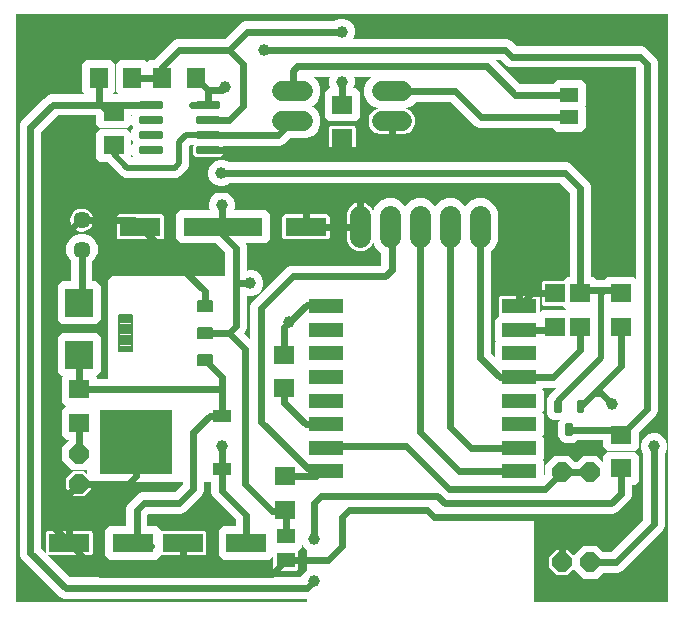
<source format=gbr>
G04 EAGLE Gerber RS-274X export*
G75*
%MOMM*%
%FSLAX34Y34*%
%LPD*%
%INBottom Copper*%
%IPPOS*%
%AMOC8*
5,1,8,0,0,1.08239X$1,22.5*%
G01*
%ADD10R,1.600000X1.300000*%
%ADD11R,3.500000X1.600000*%
%ADD12R,2.400000X2.400000*%
%ADD13R,6.200000X5.400000*%
%ADD14R,1.600000X1.000000*%
%ADD15C,1.452800*%
%ADD16P,1.759533X8X292.500000*%
%ADD17R,1.803000X1.600000*%
%ADD18R,3.000000X1.200000*%
%ADD19C,0.322400*%
%ADD20P,1.759533X8X112.500000*%
%ADD21C,0.343200*%
%ADD22R,1.600000X1.803000*%
%ADD23C,0.139500*%
%ADD24C,0.196500*%
%ADD25C,1.727200*%
%ADD26C,1.812800*%
%ADD27C,0.600000*%
%ADD28C,1.006400*%
%ADD29C,0.500000*%

G36*
X241304Y20998D02*
X241304Y20998D01*
X241306Y20998D01*
X242652Y24246D01*
X245754Y27348D01*
X246002Y27451D01*
X246003Y27455D01*
X246005Y27456D01*
X246005Y44544D01*
X246002Y44547D01*
X246002Y44549D01*
X245754Y44652D01*
X242652Y47754D01*
X242105Y49074D01*
X242102Y49075D01*
X242101Y49077D01*
X242100Y49076D01*
X242099Y49077D01*
X242098Y49074D01*
X242095Y49072D01*
X242095Y46717D01*
X238583Y43205D01*
X238435Y43205D01*
X238435Y43204D01*
X238434Y43205D01*
X238433Y43203D01*
X238430Y43200D01*
X238431Y43199D01*
X238431Y43198D01*
X238635Y42704D01*
X238635Y35705D01*
X228100Y35705D01*
X217565Y35705D01*
X217565Y38974D01*
X217564Y38976D01*
X217564Y38977D01*
X217562Y38978D01*
X217560Y38979D01*
X217559Y38978D01*
X217556Y38978D01*
X214783Y36205D01*
X174817Y36205D01*
X171305Y39717D01*
X171305Y60683D01*
X174817Y64195D01*
X185800Y64195D01*
X185805Y64200D01*
X185804Y64200D01*
X185805Y64200D01*
X185805Y70172D01*
X185803Y70174D01*
X185803Y70176D01*
X166574Y89405D01*
X165205Y92711D01*
X165205Y101500D01*
X165200Y101505D01*
X165200Y101504D01*
X165200Y101505D01*
X163717Y101505D01*
X163218Y102003D01*
X163216Y102003D01*
X163216Y102004D01*
X163215Y102005D01*
X159000Y102005D01*
X158995Y102000D01*
X158996Y102000D01*
X158995Y102000D01*
X158995Y94211D01*
X157626Y90905D01*
X143095Y76374D01*
X139789Y75005D01*
X111728Y75005D01*
X111726Y75003D01*
X111724Y75003D01*
X110997Y74276D01*
X110997Y74274D01*
X110996Y74274D01*
X110996Y74273D01*
X110995Y74272D01*
X110995Y64200D01*
X111000Y64195D01*
X111000Y64196D01*
X111000Y64195D01*
X118783Y64195D01*
X122295Y60683D01*
X122295Y60535D01*
X122296Y60535D01*
X122295Y60534D01*
X122297Y60533D01*
X122300Y60530D01*
X122301Y60531D01*
X122302Y60531D01*
X122796Y60735D01*
X140795Y60735D01*
X140795Y50200D01*
X140795Y39665D01*
X122796Y39665D01*
X122302Y39869D01*
X122301Y39869D01*
X122301Y39870D01*
X122300Y39869D01*
X122299Y39868D01*
X122296Y39867D01*
X122296Y39866D01*
X122295Y39865D01*
X122295Y39717D01*
X118783Y36205D01*
X78817Y36205D01*
X75305Y39717D01*
X75305Y60683D01*
X78817Y64195D01*
X93000Y64195D01*
X93005Y64200D01*
X93004Y64200D01*
X93005Y64200D01*
X93005Y79789D01*
X94374Y83095D01*
X102905Y91626D01*
X106211Y92995D01*
X134272Y92995D01*
X134274Y92997D01*
X134276Y92997D01*
X141003Y99724D01*
X141003Y99726D01*
X141005Y99727D01*
X141004Y99728D01*
X141005Y99728D01*
X141005Y102000D01*
X141000Y102005D01*
X141000Y102004D01*
X141000Y102005D01*
X63568Y102005D01*
X63563Y102000D01*
X63564Y102000D01*
X63563Y102000D01*
X63563Y100505D01*
X52905Y100505D01*
X52905Y111163D01*
X57317Y111163D01*
X59996Y108484D01*
X59998Y108484D01*
X59999Y108482D01*
X60000Y108483D01*
X60001Y108483D01*
X60003Y108483D01*
X60003Y108486D01*
X60005Y108487D01*
X60005Y113020D01*
X60004Y113021D01*
X60004Y113023D01*
X60002Y113023D01*
X60000Y113025D01*
X60000Y113024D01*
X59999Y113024D01*
X59998Y113023D01*
X59996Y113023D01*
X58750Y111777D01*
X47050Y111777D01*
X38777Y120050D01*
X38777Y131750D01*
X44303Y137277D01*
X44304Y137279D01*
X44305Y137280D01*
X44305Y137780D01*
X44300Y137785D01*
X44300Y137784D01*
X44300Y137785D01*
X41802Y137785D01*
X38290Y141297D01*
X38290Y162263D01*
X41802Y165775D01*
X60000Y165775D01*
X60005Y165780D01*
X60004Y165780D01*
X60005Y165780D01*
X60005Y166220D01*
X60000Y166225D01*
X60000Y166224D01*
X60000Y166225D01*
X41802Y166225D01*
X38290Y169737D01*
X38290Y190703D01*
X39283Y191696D01*
X39283Y191698D01*
X39284Y191699D01*
X39283Y191701D01*
X39283Y191703D01*
X39281Y191703D01*
X39279Y191705D01*
X38917Y191705D01*
X35405Y195217D01*
X35405Y224183D01*
X38917Y227695D01*
X67883Y227695D01*
X71395Y224183D01*
X71395Y195217D01*
X67883Y191705D01*
X67321Y191705D01*
X67319Y191704D01*
X67318Y191704D01*
X67317Y191702D01*
X67316Y191700D01*
X67317Y191699D01*
X67317Y191696D01*
X68310Y190703D01*
X68310Y189320D01*
X68315Y189315D01*
X68315Y189316D01*
X68315Y189315D01*
X78000Y189315D01*
X78005Y189320D01*
X78004Y189320D01*
X78005Y189320D01*
X78005Y272483D01*
X81517Y275995D01*
X176483Y275995D01*
X176996Y275482D01*
X176998Y275482D01*
X176999Y275481D01*
X177001Y275482D01*
X177003Y275482D01*
X177003Y275484D01*
X177005Y275486D01*
X177005Y296272D01*
X177003Y296274D01*
X177003Y296276D01*
X169276Y304003D01*
X169273Y304004D01*
X169272Y304005D01*
X139017Y304005D01*
X135505Y307517D01*
X135505Y328483D01*
X139017Y331995D01*
X163716Y331995D01*
X163716Y331996D01*
X163717Y331995D01*
X163718Y331997D01*
X163721Y332000D01*
X163720Y332001D01*
X163720Y332002D01*
X162973Y333806D01*
X162973Y338194D01*
X164652Y342246D01*
X167754Y345348D01*
X171807Y347027D01*
X176193Y347027D01*
X180246Y345348D01*
X183348Y342246D01*
X185027Y338193D01*
X185027Y333807D01*
X184197Y331802D01*
X184197Y331801D01*
X184198Y331799D01*
X184199Y331796D01*
X184200Y331796D01*
X184201Y331795D01*
X211283Y331795D01*
X214795Y328283D01*
X214795Y307317D01*
X211283Y303805D01*
X194168Y303805D01*
X194167Y303804D01*
X194166Y303805D01*
X194166Y303803D01*
X194163Y303800D01*
X194164Y303799D01*
X194163Y303798D01*
X194995Y301789D01*
X194995Y280699D01*
X194996Y280698D01*
X194995Y280697D01*
X194997Y280696D01*
X195000Y280694D01*
X195001Y280695D01*
X195002Y280694D01*
X195807Y281027D01*
X200193Y281027D01*
X204246Y279348D01*
X207348Y276246D01*
X209027Y272193D01*
X209027Y267807D01*
X207348Y263754D01*
X204246Y260652D01*
X200194Y258973D01*
X195806Y258973D01*
X195002Y259306D01*
X195001Y259306D01*
X194999Y259305D01*
X194996Y259304D01*
X194996Y259302D01*
X194995Y259301D01*
X194995Y232211D01*
X193626Y228905D01*
X192725Y228004D01*
X192725Y228002D01*
X192724Y228002D01*
X192725Y228001D01*
X192724Y227997D01*
X192725Y227997D01*
X192725Y227996D01*
X198196Y222525D01*
X198198Y222525D01*
X198199Y222523D01*
X198201Y222525D01*
X198203Y222524D01*
X198203Y222527D01*
X198205Y222528D01*
X198205Y250989D01*
X199574Y254295D01*
X228905Y283626D01*
X232211Y284995D01*
X308272Y284995D01*
X308274Y284997D01*
X308276Y284997D01*
X308703Y285424D01*
X308704Y285427D01*
X308705Y285428D01*
X308705Y295903D01*
X308702Y295906D01*
X308702Y295908D01*
X308070Y296169D01*
X303833Y300406D01*
X302040Y304735D01*
X302039Y304736D01*
X302038Y304737D01*
X302036Y304737D01*
X302034Y304738D01*
X302033Y304735D01*
X302031Y304734D01*
X301949Y304483D01*
X301121Y302857D01*
X300047Y301380D01*
X298756Y300089D01*
X297279Y299015D01*
X295653Y298187D01*
X293916Y297622D01*
X292113Y297337D01*
X291205Y297337D01*
X291205Y318000D01*
X291205Y338663D01*
X292113Y338663D01*
X293916Y338378D01*
X295653Y337813D01*
X297279Y336985D01*
X298756Y335911D01*
X300047Y334620D01*
X301121Y333143D01*
X301949Y331517D01*
X302031Y331266D01*
X302033Y331265D01*
X302033Y331263D01*
X302035Y331263D01*
X302037Y331262D01*
X302038Y331264D01*
X302040Y331265D01*
X303833Y335594D01*
X308070Y339831D01*
X313605Y342123D01*
X319595Y342123D01*
X325130Y339831D01*
X329296Y335664D01*
X329299Y335664D01*
X329301Y335664D01*
X329303Y335664D01*
X329304Y335664D01*
X333470Y339831D01*
X339005Y342123D01*
X344995Y342123D01*
X350530Y339831D01*
X354696Y335664D01*
X354699Y335664D01*
X354701Y335664D01*
X354703Y335664D01*
X354704Y335664D01*
X358870Y339831D01*
X364405Y342123D01*
X370395Y342123D01*
X375930Y339831D01*
X380096Y335664D01*
X380099Y335664D01*
X380101Y335664D01*
X380103Y335664D01*
X380104Y335664D01*
X384270Y339831D01*
X389805Y342123D01*
X395795Y342123D01*
X401330Y339831D01*
X405567Y335594D01*
X407859Y330059D01*
X407859Y305941D01*
X405567Y300406D01*
X401797Y296636D01*
X401796Y296633D01*
X401795Y296632D01*
X401795Y210928D01*
X401797Y210926D01*
X401797Y210924D01*
X404896Y207825D01*
X404898Y207825D01*
X404899Y207823D01*
X404901Y207825D01*
X404903Y207824D01*
X404903Y207827D01*
X404905Y207828D01*
X404905Y219283D01*
X406418Y220796D01*
X406418Y220803D01*
X406418Y220804D01*
X404905Y222317D01*
X404905Y239283D01*
X408417Y242795D01*
X409308Y242795D01*
X409309Y242796D01*
X409311Y242796D01*
X409311Y242798D01*
X409312Y242800D01*
X409311Y242801D01*
X409311Y242804D01*
X408751Y243364D01*
X408365Y244296D01*
X408365Y250795D01*
X425900Y250795D01*
X443435Y250795D01*
X443435Y245771D01*
X443436Y245769D01*
X443436Y245768D01*
X443438Y245767D01*
X443440Y245766D01*
X443441Y245767D01*
X443444Y245767D01*
X445002Y247325D01*
X486700Y247325D01*
X486705Y247330D01*
X486704Y247330D01*
X486705Y247330D01*
X486705Y247770D01*
X486700Y247775D01*
X486700Y247774D01*
X486700Y247775D01*
X465902Y247775D01*
X462443Y251233D01*
X462441Y251234D01*
X462440Y251235D01*
X456505Y251235D01*
X456505Y261770D01*
X456505Y272305D01*
X462440Y272305D01*
X462441Y272307D01*
X462443Y272307D01*
X465902Y275765D01*
X468400Y275765D01*
X468405Y275770D01*
X468405Y346872D01*
X468403Y346874D01*
X468403Y346876D01*
X460676Y354603D01*
X460673Y354604D01*
X460672Y354605D01*
X180402Y354605D01*
X180400Y354603D01*
X180398Y354603D01*
X179746Y353952D01*
X175694Y352273D01*
X171306Y352273D01*
X167254Y353952D01*
X164152Y357054D01*
X162473Y361106D01*
X162473Y365494D01*
X164152Y369546D01*
X167254Y372648D01*
X171307Y374327D01*
X175693Y374327D01*
X179746Y372648D01*
X179798Y372597D01*
X179801Y372596D01*
X179802Y372595D01*
X466189Y372595D01*
X469495Y371226D01*
X485026Y355695D01*
X486395Y352389D01*
X486395Y275770D01*
X486400Y275765D01*
X486400Y275766D01*
X486400Y275765D01*
X488898Y275765D01*
X491667Y272997D01*
X491669Y272996D01*
X491670Y272995D01*
X497330Y272995D01*
X497331Y272997D01*
X497333Y272997D01*
X500102Y275765D01*
X523098Y275765D01*
X524996Y273867D01*
X524998Y273867D01*
X524999Y273866D01*
X525001Y273867D01*
X525003Y273867D01*
X525003Y273869D01*
X525005Y273871D01*
X525005Y452272D01*
X525003Y452274D01*
X525003Y452276D01*
X524276Y453003D01*
X524273Y453004D01*
X524272Y453005D01*
X418211Y453005D01*
X414905Y454374D01*
X410276Y459003D01*
X410273Y459004D01*
X410272Y459005D01*
X405728Y459005D01*
X405727Y459004D01*
X405725Y459004D01*
X405725Y459002D01*
X405723Y459000D01*
X405725Y458999D01*
X405725Y458996D01*
X405726Y458995D01*
X426224Y438497D01*
X426227Y438496D01*
X426228Y438495D01*
X454015Y438495D01*
X454016Y438497D01*
X454018Y438497D01*
X457517Y441995D01*
X478483Y441995D01*
X481995Y438483D01*
X481995Y420517D01*
X481482Y420004D01*
X481482Y419997D01*
X481482Y419996D01*
X481995Y419483D01*
X481995Y401517D01*
X478483Y398005D01*
X457517Y398005D01*
X454018Y401503D01*
X454016Y401504D01*
X454015Y401505D01*
X391711Y401505D01*
X388405Y402874D01*
X367576Y423703D01*
X367573Y423704D01*
X367572Y423705D01*
X338335Y423705D01*
X338333Y423703D01*
X338331Y423703D01*
X334924Y420296D01*
X329602Y418092D01*
X329601Y418090D01*
X329599Y418089D01*
X329600Y418088D01*
X329599Y418086D01*
X329601Y418085D01*
X329602Y418082D01*
X330924Y417653D01*
X332491Y416855D01*
X333914Y415821D01*
X335157Y414578D01*
X336191Y413155D01*
X336989Y411588D01*
X337532Y409916D01*
X337807Y408179D01*
X337807Y407305D01*
X318000Y407305D01*
X298193Y407305D01*
X298193Y408179D01*
X298468Y409916D01*
X299011Y411588D01*
X299809Y413155D01*
X300843Y414578D01*
X302086Y415821D01*
X303509Y416855D01*
X305076Y417653D01*
X306398Y418082D01*
X306399Y418084D01*
X306401Y418085D01*
X306400Y418086D01*
X306401Y418088D01*
X306399Y418089D01*
X306398Y418092D01*
X301076Y420296D01*
X296960Y424412D01*
X294733Y429790D01*
X294733Y435610D01*
X296960Y440988D01*
X300869Y444896D01*
X300869Y444898D01*
X300870Y444899D01*
X300869Y444901D01*
X300869Y444903D01*
X300867Y444903D01*
X300865Y444905D01*
X285860Y444905D01*
X285859Y444904D01*
X285859Y444905D01*
X285858Y444903D01*
X285855Y444900D01*
X285856Y444899D01*
X285855Y444898D01*
X286727Y442793D01*
X286727Y438407D01*
X285408Y435222D01*
X285408Y435221D01*
X285409Y435219D01*
X285410Y435216D01*
X285412Y435216D01*
X285413Y435215D01*
X287498Y435215D01*
X291010Y431703D01*
X291010Y410737D01*
X287498Y407225D01*
X264502Y407225D01*
X260990Y410737D01*
X260990Y431703D01*
X264502Y435215D01*
X265987Y435215D01*
X265988Y435216D01*
X265989Y435215D01*
X265989Y435217D01*
X265992Y435220D01*
X265991Y435221D01*
X265992Y435222D01*
X264673Y438406D01*
X264673Y442794D01*
X265545Y444898D01*
X265544Y444899D01*
X265545Y444899D01*
X265544Y444901D01*
X265542Y444904D01*
X265541Y444904D01*
X265540Y444905D01*
X251135Y444905D01*
X251134Y444904D01*
X251132Y444904D01*
X251132Y444902D01*
X251130Y444900D01*
X251131Y444899D01*
X251131Y444896D01*
X255040Y440988D01*
X257267Y435610D01*
X257267Y429790D01*
X255040Y424412D01*
X250924Y420296D01*
X250220Y420005D01*
X250219Y420003D01*
X250217Y420002D01*
X250218Y420001D01*
X250217Y419999D01*
X250219Y419998D01*
X250220Y419995D01*
X250924Y419704D01*
X255040Y415588D01*
X257267Y410210D01*
X257267Y404390D01*
X255040Y399012D01*
X250924Y394896D01*
X245546Y392669D01*
X231392Y392669D01*
X231390Y392667D01*
X231388Y392667D01*
X226745Y388024D01*
X223439Y386655D01*
X174527Y386655D01*
X174526Y386654D01*
X174525Y386654D01*
X174524Y386653D01*
X174522Y386650D01*
X174523Y386649D01*
X174523Y386647D01*
X174795Y386175D01*
X175085Y385094D01*
X175085Y382955D01*
X162200Y382955D01*
X149315Y382955D01*
X149315Y385094D01*
X149605Y386175D01*
X150154Y387127D01*
X150153Y387133D01*
X150152Y387133D01*
X150152Y387134D01*
X150102Y387154D01*
X150101Y387154D01*
X150100Y387155D01*
X147171Y387155D01*
X147169Y387153D01*
X147167Y387153D01*
X146497Y386483D01*
X146497Y386481D01*
X146495Y386480D01*
X146496Y386480D01*
X146495Y386479D01*
X146495Y370310D01*
X145202Y367188D01*
X138912Y360898D01*
X135790Y359605D01*
X92210Y359605D01*
X89088Y360898D01*
X77203Y372783D01*
X77200Y372784D01*
X77199Y372785D01*
X70802Y372785D01*
X67290Y376297D01*
X67290Y397263D01*
X70802Y400775D01*
X93798Y400775D01*
X97310Y397263D01*
X97310Y376706D01*
X97312Y376704D01*
X97312Y376702D01*
X97417Y376597D01*
X97420Y376597D01*
X97420Y376596D01*
X97421Y376595D01*
X99020Y376595D01*
X99021Y376596D01*
X99023Y376596D01*
X99023Y376598D01*
X99024Y376600D01*
X99023Y376601D01*
X99023Y376604D01*
X98629Y376998D01*
X97455Y379832D01*
X97455Y386068D01*
X98629Y388902D01*
X99023Y389296D01*
X99024Y389303D01*
X99023Y389303D01*
X99023Y389304D01*
X98629Y389698D01*
X97455Y392532D01*
X97455Y398768D01*
X98629Y401602D01*
X99023Y401996D01*
X99024Y402003D01*
X99023Y402003D01*
X99023Y402004D01*
X98629Y402398D01*
X97455Y405232D01*
X97455Y411468D01*
X97766Y412218D01*
X97765Y412219D01*
X97766Y412219D01*
X97765Y412221D01*
X97763Y412224D01*
X97762Y412224D01*
X97761Y412225D01*
X97315Y412225D01*
X97310Y412220D01*
X97311Y412220D01*
X97310Y412220D01*
X97310Y404737D01*
X93798Y401225D01*
X70802Y401225D01*
X67290Y404737D01*
X67290Y412220D01*
X67285Y412225D01*
X67285Y412224D01*
X67285Y412225D01*
X34948Y412225D01*
X34946Y412223D01*
X34944Y412223D01*
X20997Y398276D01*
X20996Y398273D01*
X20995Y398272D01*
X20995Y45728D01*
X20997Y45726D01*
X20997Y45724D01*
X24756Y41965D01*
X24758Y41965D01*
X24759Y41963D01*
X24761Y41965D01*
X24763Y41964D01*
X24763Y41967D01*
X24765Y41968D01*
X24765Y50195D01*
X44795Y50195D01*
X44795Y39665D01*
X27068Y39665D01*
X27067Y39664D01*
X27065Y39664D01*
X27065Y39662D01*
X27063Y39660D01*
X27065Y39659D01*
X27065Y39656D01*
X45724Y20997D01*
X45727Y20996D01*
X45728Y20995D01*
X241302Y20995D01*
X241304Y20998D01*
G37*
G36*
X246005Y-1D02*
X246005Y-1D01*
X246004Y0D01*
X246005Y0D01*
X246005Y3000D01*
X246000Y3005D01*
X246000Y3004D01*
X246000Y3005D01*
X40211Y3005D01*
X36905Y4374D01*
X4374Y36905D01*
X3005Y40211D01*
X3005Y403789D01*
X4374Y407095D01*
X23594Y426315D01*
X26125Y428846D01*
X29431Y430215D01*
X58059Y430215D01*
X58061Y430216D01*
X58062Y430216D01*
X58063Y430218D01*
X58064Y430220D01*
X58063Y430221D01*
X58063Y430224D01*
X55785Y432502D01*
X55785Y455498D01*
X59297Y459010D01*
X80263Y459010D01*
X83775Y455498D01*
X83775Y432502D01*
X81497Y430224D01*
X81497Y430222D01*
X81496Y430221D01*
X81497Y430219D01*
X81497Y430217D01*
X81499Y430217D01*
X81501Y430215D01*
X86499Y430215D01*
X86501Y430216D01*
X86502Y430216D01*
X86503Y430218D01*
X86504Y430220D01*
X86503Y430221D01*
X86503Y430224D01*
X84225Y432502D01*
X84225Y455498D01*
X87737Y459010D01*
X108703Y459010D01*
X110646Y457067D01*
X110653Y457067D01*
X110654Y457067D01*
X112797Y459210D01*
X116487Y459210D01*
X116489Y459212D01*
X116491Y459212D01*
X132905Y475626D01*
X136211Y476995D01*
X176272Y476995D01*
X176274Y476997D01*
X176276Y476997D01*
X189905Y490626D01*
X193211Y491995D01*
X268898Y491995D01*
X268900Y491997D01*
X268902Y491997D01*
X269254Y492348D01*
X273307Y494027D01*
X277693Y494027D01*
X281746Y492348D01*
X284848Y489246D01*
X286527Y485193D01*
X286527Y480807D01*
X284951Y477002D01*
X284952Y477001D01*
X284951Y477001D01*
X284952Y476999D01*
X284953Y476996D01*
X284955Y476996D01*
X284956Y476995D01*
X415789Y476995D01*
X419095Y475626D01*
X423724Y470997D01*
X423727Y470996D01*
X423728Y470995D01*
X529789Y470995D01*
X533095Y469626D01*
X535626Y467095D01*
X539095Y463626D01*
X541626Y461095D01*
X542995Y457789D01*
X542995Y162031D01*
X541626Y158725D01*
X527112Y144211D01*
X527112Y144209D01*
X527111Y144209D01*
X527112Y144208D01*
X527111Y144208D01*
X527110Y144207D01*
X527110Y131437D01*
X523598Y127925D01*
X500602Y127925D01*
X497090Y131437D01*
X497090Y137250D01*
X497085Y137255D01*
X497085Y137254D01*
X497085Y137255D01*
X475141Y137255D01*
X475139Y137253D01*
X475138Y137253D01*
X473797Y135913D01*
X471001Y134755D01*
X464999Y134755D01*
X462203Y135913D01*
X460063Y138053D01*
X458905Y140849D01*
X458905Y151651D01*
X459980Y154248D01*
X459980Y154249D01*
X459981Y154249D01*
X459979Y154251D01*
X459978Y154254D01*
X459977Y154254D01*
X459976Y154255D01*
X455499Y154255D01*
X452703Y155413D01*
X450563Y157553D01*
X449405Y160349D01*
X449405Y171151D01*
X450563Y173947D01*
X450852Y174236D01*
X450852Y174238D01*
X450853Y174238D01*
X451298Y175312D01*
X458623Y182637D01*
X458623Y182639D01*
X458624Y182642D01*
X458623Y182642D01*
X458623Y182643D01*
X458620Y182644D01*
X458617Y182645D01*
X456589Y181805D01*
X446385Y181805D01*
X446384Y181803D01*
X446382Y181803D01*
X445382Y180804D01*
X445382Y180797D01*
X445382Y180796D01*
X446895Y179283D01*
X446895Y162317D01*
X445382Y160804D01*
X445382Y160797D01*
X445382Y160796D01*
X446895Y159283D01*
X446895Y142317D01*
X445382Y140804D01*
X445382Y140801D01*
X445381Y140800D01*
X445382Y140799D01*
X445382Y140797D01*
X445382Y140796D01*
X446895Y139283D01*
X446895Y122317D01*
X445382Y120804D01*
X445382Y120802D01*
X445381Y120801D01*
X445382Y120800D01*
X445382Y120797D01*
X445382Y120796D01*
X446895Y119283D01*
X446895Y107728D01*
X446896Y107727D01*
X446896Y107725D01*
X446898Y107725D01*
X446900Y107723D01*
X446901Y107725D01*
X446904Y107725D01*
X447875Y108696D01*
X447876Y108699D01*
X447877Y108700D01*
X447877Y115950D01*
X456150Y124223D01*
X467850Y124223D01*
X472977Y119097D01*
X472979Y119096D01*
X472980Y119095D01*
X475020Y119095D01*
X475022Y119097D01*
X475023Y119097D01*
X480150Y124223D01*
X491850Y124223D01*
X497081Y118992D01*
X497083Y118992D01*
X497084Y118990D01*
X497086Y118992D01*
X497088Y118991D01*
X497088Y118994D01*
X497090Y118995D01*
X497090Y123963D01*
X500602Y127475D01*
X523598Y127475D01*
X527110Y123963D01*
X527110Y102997D01*
X523598Y99485D01*
X521100Y99485D01*
X521095Y99480D01*
X521095Y90311D01*
X519726Y87005D01*
X508795Y76074D01*
X505489Y74705D01*
X438000Y74705D01*
X437995Y74700D01*
X437996Y74700D01*
X437995Y74700D01*
X437995Y0D01*
X438000Y-5D01*
X552000Y-5D01*
X552005Y-1D01*
X552005Y0D01*
X552005Y498000D01*
X552001Y498005D01*
X552000Y498005D01*
X0Y498005D01*
X-5Y498001D01*
X-5Y498000D01*
X-5Y0D01*
X-1Y-5D01*
X0Y-5D01*
X246000Y-5D01*
X246005Y-1D01*
G37*
%LPC*%
G36*
X480150Y19777D02*
X480150Y19777D01*
X471877Y28050D01*
X471877Y28685D01*
X471876Y28686D01*
X471876Y28688D01*
X471874Y28688D01*
X471872Y28690D01*
X471872Y28689D01*
X471872Y28690D01*
X471870Y28688D01*
X471868Y28688D01*
X466417Y23237D01*
X462005Y23237D01*
X462005Y33900D01*
X462005Y44563D01*
X466417Y44563D01*
X471868Y39112D01*
X471870Y39112D01*
X471871Y39110D01*
X471873Y39111D01*
X471875Y39111D01*
X471875Y39114D01*
X471877Y39115D01*
X471877Y39750D01*
X480150Y48023D01*
X491850Y48023D01*
X496977Y42897D01*
X496979Y42896D01*
X496980Y42895D01*
X504172Y42895D01*
X504174Y42897D01*
X504176Y42897D01*
X531003Y69724D01*
X531004Y69727D01*
X531005Y69728D01*
X531005Y125398D01*
X531003Y125400D01*
X531003Y125402D01*
X530652Y125754D01*
X528973Y129806D01*
X528973Y134194D01*
X530652Y138246D01*
X533754Y141348D01*
X537807Y143027D01*
X542193Y143027D01*
X546246Y141348D01*
X549348Y138246D01*
X551027Y134193D01*
X551027Y129807D01*
X549348Y125754D01*
X548997Y125402D01*
X548996Y125399D01*
X548995Y125398D01*
X548995Y64211D01*
X547626Y60905D01*
X545095Y58374D01*
X515526Y28805D01*
X512995Y26274D01*
X509689Y24905D01*
X496980Y24905D01*
X496978Y24903D01*
X496977Y24903D01*
X491850Y19777D01*
X480150Y19777D01*
G37*
%LPD*%
%LPC*%
G36*
X38917Y235705D02*
X38917Y235705D01*
X35405Y239217D01*
X35405Y268183D01*
X38917Y271695D01*
X46500Y271695D01*
X46505Y271700D01*
X46504Y271700D01*
X46505Y271700D01*
X46505Y288842D01*
X46503Y288844D01*
X46503Y288845D01*
X44259Y291089D01*
X42241Y295963D01*
X42241Y301237D01*
X44259Y306111D01*
X47989Y309841D01*
X52863Y311859D01*
X58137Y311859D01*
X63011Y309841D01*
X66741Y306111D01*
X68759Y301237D01*
X68759Y295963D01*
X66741Y291089D01*
X64497Y288845D01*
X64496Y288843D01*
X64495Y288842D01*
X64495Y271700D01*
X64500Y271695D01*
X64500Y271696D01*
X64500Y271695D01*
X67883Y271695D01*
X71395Y268183D01*
X71395Y239217D01*
X67883Y235705D01*
X38917Y235705D01*
G37*
%LPD*%
%LPC*%
G36*
X279601Y318005D02*
X279601Y318005D01*
X279601Y327977D01*
X279886Y329780D01*
X280451Y331517D01*
X281279Y333143D01*
X282353Y334620D01*
X283644Y335911D01*
X285121Y336985D01*
X286747Y337813D01*
X288484Y338378D01*
X290287Y338663D01*
X291195Y338663D01*
X291195Y318005D01*
X279601Y318005D01*
G37*
%LPD*%
%LPC*%
G36*
X290287Y297337D02*
X290287Y297337D01*
X288484Y297622D01*
X286747Y298187D01*
X285121Y299015D01*
X283644Y300089D01*
X282353Y301380D01*
X281279Y302857D01*
X280451Y304483D01*
X279886Y306220D01*
X279601Y308023D01*
X279601Y317995D01*
X291195Y317995D01*
X291195Y297337D01*
X290287Y297337D01*
G37*
%LPD*%
%LPC*%
G36*
X24765Y50205D02*
X24765Y50205D01*
X24765Y58704D01*
X25151Y59636D01*
X25864Y60349D01*
X26796Y60735D01*
X44795Y60735D01*
X44795Y50205D01*
X24765Y50205D01*
G37*
%LPD*%
%LPC*%
G36*
X225265Y317805D02*
X225265Y317805D01*
X225265Y326304D01*
X225651Y327236D01*
X226364Y327949D01*
X227296Y328335D01*
X245295Y328335D01*
X245295Y317805D01*
X225265Y317805D01*
G37*
%LPD*%
%LPC*%
G36*
X84965Y318005D02*
X84965Y318005D01*
X84965Y326504D01*
X85351Y327436D01*
X86064Y328149D01*
X86996Y328535D01*
X104995Y328535D01*
X104995Y318005D01*
X84965Y318005D01*
G37*
%LPD*%
%LPC*%
G36*
X140805Y50205D02*
X140805Y50205D01*
X140805Y60735D01*
X158804Y60735D01*
X159736Y60349D01*
X160449Y59636D01*
X160835Y58704D01*
X160835Y50205D01*
X140805Y50205D01*
G37*
%LPD*%
%LPC*%
G36*
X44805Y50205D02*
X44805Y50205D01*
X44805Y60735D01*
X62804Y60735D01*
X63736Y60349D01*
X64449Y59636D01*
X64835Y58704D01*
X64835Y50205D01*
X44805Y50205D01*
G37*
%LPD*%
%LPC*%
G36*
X105005Y318005D02*
X105005Y318005D01*
X105005Y328535D01*
X123004Y328535D01*
X123936Y328149D01*
X124649Y327436D01*
X125035Y326504D01*
X125035Y318005D01*
X105005Y318005D01*
G37*
%LPD*%
%LPC*%
G36*
X245305Y317805D02*
X245305Y317805D01*
X245305Y328335D01*
X263304Y328335D01*
X264236Y327949D01*
X264949Y327236D01*
X265335Y326304D01*
X265335Y317805D01*
X245305Y317805D01*
G37*
%LPD*%
%LPC*%
G36*
X44805Y39665D02*
X44805Y39665D01*
X44805Y50195D01*
X64835Y50195D01*
X64835Y41696D01*
X64449Y40764D01*
X63736Y40051D01*
X62804Y39665D01*
X44805Y39665D01*
G37*
%LPD*%
%LPC*%
G36*
X140805Y39665D02*
X140805Y39665D01*
X140805Y50195D01*
X160835Y50195D01*
X160835Y41696D01*
X160449Y40764D01*
X159736Y40051D01*
X158804Y39665D01*
X140805Y39665D01*
G37*
%LPD*%
%LPC*%
G36*
X105005Y307465D02*
X105005Y307465D01*
X105005Y317995D01*
X125035Y317995D01*
X125035Y309496D01*
X124649Y308564D01*
X123936Y307851D01*
X123004Y307465D01*
X105005Y307465D01*
G37*
%LPD*%
%LPC*%
G36*
X245305Y307265D02*
X245305Y307265D01*
X245305Y317795D01*
X265335Y317795D01*
X265335Y309296D01*
X264949Y308364D01*
X264236Y307651D01*
X263304Y307265D01*
X245305Y307265D01*
G37*
%LPD*%
%LPC*%
G36*
X86996Y307465D02*
X86996Y307465D01*
X86064Y307851D01*
X85351Y308564D01*
X84965Y309496D01*
X84965Y317995D01*
X104995Y317995D01*
X104995Y307465D01*
X86996Y307465D01*
G37*
%LPD*%
%LPC*%
G36*
X227296Y307265D02*
X227296Y307265D01*
X226364Y307651D01*
X225651Y308364D01*
X225265Y309296D01*
X225265Y317795D01*
X245295Y317795D01*
X245295Y307265D01*
X227296Y307265D01*
G37*
%LPD*%
%LPC*%
G36*
X318005Y396129D02*
X318005Y396129D01*
X318005Y407295D01*
X337807Y407295D01*
X337807Y406421D01*
X337532Y404684D01*
X336989Y403012D01*
X336191Y401445D01*
X335157Y400022D01*
X333914Y398779D01*
X332491Y397745D01*
X330924Y396947D01*
X329252Y396404D01*
X327515Y396129D01*
X318005Y396129D01*
G37*
%LPD*%
%LPC*%
G36*
X308485Y396129D02*
X308485Y396129D01*
X306748Y396404D01*
X305076Y396947D01*
X303509Y397745D01*
X302086Y398779D01*
X300843Y400022D01*
X299809Y401445D01*
X299011Y403012D01*
X298468Y404684D01*
X298193Y406421D01*
X298193Y407295D01*
X317995Y407295D01*
X317995Y396129D01*
X308485Y396129D01*
G37*
%LPD*%
%LPC*%
G36*
X408365Y250805D02*
X408365Y250805D01*
X408365Y257304D01*
X408751Y258236D01*
X409464Y258949D01*
X410396Y259335D01*
X425895Y259335D01*
X425895Y250805D01*
X408365Y250805D01*
G37*
%LPD*%
%LPC*%
G36*
X425905Y250805D02*
X425905Y250805D01*
X425905Y259335D01*
X441404Y259335D01*
X442336Y258949D01*
X443049Y258236D01*
X443435Y257304D01*
X443435Y250805D01*
X425905Y250805D01*
G37*
%LPD*%
%LPC*%
G36*
X276005Y392785D02*
X276005Y392785D01*
X276005Y403315D01*
X285519Y403315D01*
X286451Y402929D01*
X287164Y402216D01*
X287550Y401284D01*
X287550Y392785D01*
X276005Y392785D01*
G37*
%LPD*%
%LPC*%
G36*
X264450Y392785D02*
X264450Y392785D01*
X264450Y401284D01*
X264836Y402216D01*
X265549Y402929D01*
X266481Y403315D01*
X275995Y403315D01*
X275995Y392785D01*
X264450Y392785D01*
G37*
%LPD*%
%LPC*%
G36*
X444950Y261775D02*
X444950Y261775D01*
X444950Y270274D01*
X445336Y271206D01*
X446049Y271919D01*
X446981Y272305D01*
X456495Y272305D01*
X456495Y261775D01*
X444950Y261775D01*
G37*
%LPD*%
%LPC*%
G36*
X276005Y382245D02*
X276005Y382245D01*
X276005Y392775D01*
X287550Y392775D01*
X287550Y384276D01*
X287164Y383344D01*
X286451Y382631D01*
X285519Y382245D01*
X276005Y382245D01*
G37*
%LPD*%
%LPC*%
G36*
X446981Y251235D02*
X446981Y251235D01*
X446049Y251621D01*
X445336Y252334D01*
X444950Y253266D01*
X444950Y261765D01*
X456495Y261765D01*
X456495Y251235D01*
X446981Y251235D01*
G37*
%LPD*%
%LPC*%
G36*
X266481Y382245D02*
X266481Y382245D01*
X265549Y382631D01*
X264836Y383344D01*
X264450Y384276D01*
X264450Y392775D01*
X275995Y392775D01*
X275995Y382245D01*
X266481Y382245D01*
G37*
%LPD*%
%LPC*%
G36*
X42237Y100505D02*
X42237Y100505D01*
X42237Y104917D01*
X48483Y111163D01*
X52895Y111163D01*
X52895Y100505D01*
X42237Y100505D01*
G37*
%LPD*%
%LPC*%
G36*
X52905Y100495D02*
X52905Y100495D01*
X63563Y100495D01*
X63563Y96083D01*
X57317Y89837D01*
X52905Y89837D01*
X52905Y100495D01*
G37*
%LPD*%
%LPC*%
G36*
X451337Y33905D02*
X451337Y33905D01*
X451337Y38317D01*
X457583Y44563D01*
X461995Y44563D01*
X461995Y33905D01*
X451337Y33905D01*
G37*
%LPD*%
%LPC*%
G36*
X48483Y89837D02*
X48483Y89837D01*
X42237Y96083D01*
X42237Y100495D01*
X52895Y100495D01*
X52895Y89837D01*
X48483Y89837D01*
G37*
%LPD*%
%LPC*%
G36*
X457583Y23237D02*
X457583Y23237D01*
X451337Y29483D01*
X451337Y33895D01*
X461995Y33895D01*
X461995Y23237D01*
X457583Y23237D01*
G37*
%LPD*%
%LPC*%
G36*
X228105Y26665D02*
X228105Y26665D01*
X228105Y35695D01*
X238635Y35695D01*
X238635Y28696D01*
X238249Y27764D01*
X237536Y27051D01*
X236604Y26665D01*
X228105Y26665D01*
G37*
%LPD*%
%LPC*%
G36*
X219596Y26665D02*
X219596Y26665D01*
X218664Y27051D01*
X217951Y27764D01*
X217565Y28696D01*
X217565Y35695D01*
X228095Y35695D01*
X228095Y26665D01*
X219596Y26665D01*
G37*
%LPD*%
%LPC*%
G36*
X55505Y323605D02*
X55505Y323605D01*
X55505Y333399D01*
X56465Y333399D01*
X58358Y333023D01*
X60142Y332284D01*
X61747Y331211D01*
X63111Y329847D01*
X64184Y328242D01*
X64923Y326458D01*
X65299Y324565D01*
X65299Y323605D01*
X55505Y323605D01*
G37*
%LPD*%
%LPC*%
G36*
X45701Y323605D02*
X45701Y323605D01*
X45701Y324565D01*
X45702Y324573D01*
X45705Y324588D01*
X45707Y324598D01*
X45710Y324613D01*
X45713Y324628D01*
X45715Y324638D01*
X45718Y324653D01*
X45721Y324667D01*
X45723Y324677D01*
X45726Y324692D01*
X45729Y324707D01*
X45734Y324732D01*
X45737Y324747D01*
X45742Y324772D01*
X45745Y324787D01*
X45748Y324802D01*
X45750Y324812D01*
X45753Y324826D01*
X45756Y324841D01*
X45758Y324851D01*
X45761Y324866D01*
X45764Y324881D01*
X45766Y324891D01*
X45769Y324906D01*
X45772Y324921D01*
X45776Y324946D01*
X45777Y324946D01*
X45779Y324961D01*
X45784Y324985D01*
X45787Y325000D01*
X45790Y325015D01*
X45792Y325025D01*
X45795Y325040D01*
X45798Y325055D01*
X45800Y325065D01*
X45803Y325080D01*
X45806Y325095D01*
X45808Y325105D01*
X45811Y325120D01*
X45814Y325134D01*
X45814Y325135D01*
X45819Y325159D01*
X45822Y325174D01*
X45827Y325199D01*
X45830Y325214D01*
X45833Y325229D01*
X45835Y325239D01*
X45838Y325254D01*
X45841Y325269D01*
X45843Y325279D01*
X45846Y325293D01*
X45846Y325294D01*
X45849Y325308D01*
X45851Y325318D01*
X45854Y325333D01*
X45857Y325348D01*
X45861Y325373D01*
X45862Y325373D01*
X45864Y325388D01*
X45869Y325413D01*
X45872Y325428D01*
X45875Y325443D01*
X45877Y325452D01*
X45877Y325453D01*
X45880Y325467D01*
X45883Y325482D01*
X45885Y325492D01*
X45888Y325507D01*
X45891Y325522D01*
X45893Y325532D01*
X45896Y325547D01*
X45899Y325562D01*
X45904Y325587D01*
X45907Y325602D01*
X45912Y325626D01*
X45915Y325641D01*
X45918Y325656D01*
X45920Y325666D01*
X45923Y325681D01*
X45926Y325696D01*
X45928Y325706D01*
X45931Y325721D01*
X45934Y325736D01*
X45936Y325746D01*
X45939Y325761D01*
X45942Y325775D01*
X45942Y325776D01*
X45946Y325800D01*
X45947Y325800D01*
X45949Y325815D01*
X45954Y325840D01*
X45957Y325855D01*
X45960Y325870D01*
X45962Y325880D01*
X45965Y325895D01*
X45968Y325910D01*
X45970Y325920D01*
X45973Y325934D01*
X45973Y325935D01*
X45976Y325949D01*
X45978Y325959D01*
X45981Y325974D01*
X45984Y325989D01*
X45989Y326014D01*
X45992Y326029D01*
X45997Y326054D01*
X46000Y326069D01*
X46003Y326084D01*
X46005Y326093D01*
X46005Y326094D01*
X46008Y326108D01*
X46011Y326123D01*
X46013Y326133D01*
X46016Y326148D01*
X46019Y326163D01*
X46021Y326173D01*
X46024Y326188D01*
X46027Y326203D01*
X46031Y326228D01*
X46032Y326228D01*
X46034Y326243D01*
X46039Y326267D01*
X46042Y326282D01*
X46045Y326297D01*
X46047Y326307D01*
X46050Y326322D01*
X46053Y326337D01*
X46055Y326347D01*
X46058Y326362D01*
X46061Y326377D01*
X46066Y326402D01*
X46069Y326416D01*
X46074Y326441D01*
X46077Y326456D01*
X46077Y326458D01*
X46816Y328242D01*
X47889Y329847D01*
X49253Y331211D01*
X50858Y332284D01*
X52642Y333023D01*
X54535Y333399D01*
X55495Y333399D01*
X55495Y323605D01*
X45701Y323605D01*
G37*
%LPD*%
%LPC*%
G36*
X54535Y313801D02*
X54535Y313801D01*
X52642Y314177D01*
X50858Y314916D01*
X49253Y315989D01*
X47889Y317353D01*
X46816Y318958D01*
X46077Y320742D01*
X45701Y322635D01*
X45701Y323595D01*
X55495Y323595D01*
X55495Y313801D01*
X54535Y313801D01*
G37*
%LPD*%
%LPC*%
G36*
X55505Y313801D02*
X55505Y313801D01*
X55505Y323595D01*
X65299Y323595D01*
X65299Y322635D01*
X65299Y322632D01*
X65299Y322631D01*
X65294Y322607D01*
X65291Y322592D01*
X65286Y322567D01*
X65283Y322552D01*
X65280Y322537D01*
X65278Y322527D01*
X65275Y322512D01*
X65272Y322497D01*
X65270Y322487D01*
X65267Y322473D01*
X65267Y322472D01*
X65264Y322458D01*
X65259Y322433D01*
X65256Y322418D01*
X65251Y322393D01*
X65248Y322378D01*
X65243Y322353D01*
X65240Y322338D01*
X65237Y322323D01*
X65235Y322314D01*
X65235Y322313D01*
X65232Y322299D01*
X65229Y322284D01*
X65227Y322274D01*
X65224Y322259D01*
X65221Y322244D01*
X65217Y322219D01*
X65216Y322219D01*
X65217Y322219D01*
X65214Y322204D01*
X65209Y322179D01*
X65206Y322164D01*
X65201Y322140D01*
X65198Y322125D01*
X65195Y322110D01*
X65193Y322100D01*
X65190Y322085D01*
X65187Y322070D01*
X65185Y322060D01*
X65182Y322045D01*
X65179Y322030D01*
X65174Y322005D01*
X65171Y321991D01*
X65166Y321966D01*
X65163Y321951D01*
X65158Y321926D01*
X65155Y321911D01*
X65152Y321896D01*
X65150Y321886D01*
X65147Y321871D01*
X65144Y321856D01*
X65142Y321846D01*
X65139Y321832D01*
X65136Y321817D01*
X65132Y321792D01*
X65131Y321792D01*
X65132Y321792D01*
X65129Y321777D01*
X65124Y321752D01*
X65121Y321737D01*
X65116Y321712D01*
X65113Y321697D01*
X65110Y321683D01*
X65110Y321682D01*
X65108Y321673D01*
X65105Y321658D01*
X65102Y321643D01*
X65100Y321633D01*
X65097Y321618D01*
X65094Y321603D01*
X65089Y321578D01*
X65086Y321563D01*
X65081Y321538D01*
X65078Y321524D01*
X65078Y321523D01*
X65073Y321499D01*
X65070Y321484D01*
X65067Y321469D01*
X65065Y321459D01*
X65062Y321444D01*
X65059Y321429D01*
X65057Y321419D01*
X65054Y321404D01*
X65051Y321389D01*
X65047Y321365D01*
X65046Y321364D01*
X65047Y321364D01*
X65044Y321350D01*
X65039Y321325D01*
X65036Y321310D01*
X65031Y321285D01*
X65028Y321270D01*
X65025Y321255D01*
X65023Y321245D01*
X65020Y321230D01*
X65017Y321215D01*
X65015Y321206D01*
X65015Y321205D01*
X65012Y321191D01*
X65009Y321176D01*
X65004Y321151D01*
X65001Y321136D01*
X64996Y321111D01*
X64993Y321096D01*
X64988Y321071D01*
X64985Y321056D01*
X64982Y321042D01*
X64982Y321041D01*
X64980Y321032D01*
X64977Y321017D01*
X64974Y321002D01*
X64972Y320992D01*
X64969Y320977D01*
X64966Y320962D01*
X64962Y320937D01*
X64961Y320937D01*
X64959Y320922D01*
X64954Y320897D01*
X64951Y320883D01*
X64951Y320882D01*
X64946Y320858D01*
X64943Y320843D01*
X64940Y320828D01*
X64938Y320818D01*
X64935Y320803D01*
X64932Y320788D01*
X64930Y320778D01*
X64927Y320763D01*
X64924Y320748D01*
X64923Y320742D01*
X64184Y318958D01*
X63111Y317353D01*
X61747Y315989D01*
X60142Y314916D01*
X58358Y314177D01*
X56465Y313801D01*
X55505Y313801D01*
G37*
%LPD*%
%LPC*%
G36*
X153006Y377115D02*
X153006Y377115D01*
X151925Y377405D01*
X150956Y377964D01*
X150164Y378756D01*
X149605Y379725D01*
X149315Y380806D01*
X149315Y382945D01*
X162195Y382945D01*
X162195Y377115D01*
X153006Y377115D01*
G37*
%LPD*%
%LPC*%
G36*
X162205Y377115D02*
X162205Y377115D01*
X162205Y382945D01*
X175085Y382945D01*
X175085Y380806D01*
X174795Y379725D01*
X174236Y378756D01*
X173444Y377964D01*
X172475Y377405D01*
X171394Y377115D01*
X162205Y377115D01*
G37*
%LPD*%
D10*
X228100Y35700D03*
X228100Y55700D03*
D11*
X191300Y317800D03*
X245300Y317800D03*
X98800Y50200D03*
X44800Y50200D03*
X194800Y50200D03*
X140800Y50200D03*
D12*
X53400Y209700D03*
X53400Y253700D03*
D13*
X101200Y135300D03*
D14*
X174200Y158100D03*
X174200Y112500D03*
D15*
X55500Y323600D03*
X55500Y298600D03*
D16*
X52900Y125900D03*
X52900Y100500D03*
D17*
X226900Y181080D03*
X226900Y209520D03*
X53300Y151780D03*
X53300Y180220D03*
X456500Y233330D03*
X456500Y261770D03*
X227300Y78480D03*
X227300Y106920D03*
D18*
X261900Y110800D03*
X261900Y130800D03*
X261900Y150800D03*
X261900Y170800D03*
X261900Y190800D03*
X261900Y210800D03*
X261900Y230800D03*
X261900Y250800D03*
X425900Y110800D03*
X425900Y130800D03*
X425900Y150800D03*
X425900Y170800D03*
X425900Y190800D03*
X425900Y210800D03*
X425900Y230800D03*
X425900Y250800D03*
D19*
X459988Y169638D02*
X459988Y161862D01*
X457012Y161862D01*
X457012Y169638D01*
X459988Y169638D01*
X459988Y164925D02*
X457012Y164925D01*
X457012Y167988D02*
X459988Y167988D01*
X478988Y169638D02*
X478988Y161862D01*
X476012Y161862D01*
X476012Y169638D01*
X478988Y169638D01*
X478988Y164925D02*
X476012Y164925D01*
X476012Y167988D02*
X478988Y167988D01*
X466512Y150138D02*
X466512Y142362D01*
X466512Y150138D02*
X469488Y150138D01*
X469488Y142362D01*
X466512Y142362D01*
X466512Y145425D02*
X469488Y145425D01*
X469488Y148488D02*
X466512Y148488D01*
D17*
X512100Y141920D03*
X512100Y113480D03*
X511600Y233330D03*
X511600Y261770D03*
D20*
X486000Y33900D03*
X486000Y110100D03*
D16*
X462000Y110100D03*
X462000Y33900D03*
D21*
X170834Y419466D02*
X153566Y419466D01*
X153566Y422634D01*
X170834Y422634D01*
X170834Y419466D01*
X170834Y406766D02*
X153566Y406766D01*
X153566Y409934D01*
X170834Y409934D01*
X170834Y406766D01*
X170834Y394066D02*
X153566Y394066D01*
X153566Y397234D01*
X170834Y397234D01*
X170834Y394066D01*
X170834Y381366D02*
X153566Y381366D01*
X153566Y384534D01*
X170834Y384534D01*
X170834Y381366D01*
X122434Y384534D02*
X105166Y384534D01*
X122434Y384534D02*
X122434Y381366D01*
X105166Y381366D01*
X105166Y384534D01*
X105166Y397234D02*
X122434Y397234D01*
X122434Y394066D01*
X105166Y394066D01*
X105166Y397234D01*
X105166Y409934D02*
X122434Y409934D01*
X122434Y406766D01*
X105166Y406766D01*
X105166Y409934D01*
X105166Y422634D02*
X122434Y422634D01*
X122434Y419466D01*
X105166Y419466D01*
X105166Y422634D01*
D22*
X98220Y444000D03*
X69780Y444000D03*
D17*
X82300Y386780D03*
X82300Y415220D03*
X276000Y392780D03*
X276000Y421220D03*
D22*
X151720Y444200D03*
X123280Y444200D03*
D10*
X468000Y410500D03*
X468000Y429500D03*
D23*
X153597Y254853D02*
X153597Y246947D01*
X153597Y254853D02*
X165303Y254853D01*
X165303Y246947D01*
X153597Y246947D01*
X153597Y248272D02*
X165303Y248272D01*
X165303Y249597D02*
X153597Y249597D01*
X153597Y250922D02*
X165303Y250922D01*
X165303Y252247D02*
X153597Y252247D01*
X153597Y253572D02*
X165303Y253572D01*
X153597Y231953D02*
X153597Y224047D01*
X153597Y231953D02*
X165303Y231953D01*
X165303Y224047D01*
X153597Y224047D01*
X153597Y225372D02*
X165303Y225372D01*
X165303Y226697D02*
X153597Y226697D01*
X153597Y228022D02*
X165303Y228022D01*
X165303Y229347D02*
X153597Y229347D01*
X153597Y230672D02*
X165303Y230672D01*
X153597Y209053D02*
X153597Y201147D01*
X153597Y209053D02*
X165303Y209053D01*
X165303Y201147D01*
X153597Y201147D01*
X153597Y202472D02*
X165303Y202472D01*
X165303Y203797D02*
X153597Y203797D01*
X153597Y205122D02*
X165303Y205122D01*
X165303Y206447D02*
X153597Y206447D01*
X153597Y207772D02*
X165303Y207772D01*
D24*
X86982Y212782D02*
X86982Y243218D01*
X98118Y243218D01*
X98118Y212782D01*
X86982Y212782D01*
X86982Y214649D02*
X98118Y214649D01*
X98118Y216516D02*
X86982Y216516D01*
X86982Y218383D02*
X98118Y218383D01*
X98118Y220250D02*
X86982Y220250D01*
X86982Y222117D02*
X98118Y222117D01*
X98118Y223984D02*
X86982Y223984D01*
X86982Y225851D02*
X98118Y225851D01*
X98118Y227718D02*
X86982Y227718D01*
X86982Y229585D02*
X98118Y229585D01*
X98118Y231452D02*
X86982Y231452D01*
X86982Y233319D02*
X98118Y233319D01*
X98118Y235186D02*
X86982Y235186D01*
X86982Y237053D02*
X98118Y237053D01*
X98118Y238920D02*
X86982Y238920D01*
X86982Y240787D02*
X98118Y240787D01*
X98118Y242654D02*
X86982Y242654D01*
D11*
X159000Y318000D03*
X105000Y318000D03*
D25*
X225364Y432700D02*
X242636Y432700D01*
X242636Y407300D02*
X225364Y407300D01*
X309364Y407300D02*
X326636Y407300D01*
X326636Y432700D02*
X309364Y432700D01*
D26*
X392800Y327064D02*
X392800Y308936D01*
X367400Y308936D02*
X367400Y327064D01*
X342000Y327064D02*
X342000Y308936D01*
X316600Y308936D02*
X316600Y327064D01*
X291200Y327064D02*
X291200Y308936D01*
D17*
X477400Y233330D03*
X477400Y261770D03*
D27*
X226900Y181080D02*
X226900Y169100D01*
X245200Y150800D02*
X261900Y150800D01*
X245200Y150800D02*
X226900Y169100D01*
X44800Y92400D02*
X44800Y50200D01*
X44800Y92400D02*
X52900Y100500D01*
X24000Y71000D02*
X44800Y50200D01*
X53600Y323600D02*
X55500Y323600D01*
X24000Y294000D02*
X24000Y71000D01*
X24000Y294000D02*
X53600Y323600D01*
X52900Y100500D02*
X94500Y100500D01*
X101200Y107200D02*
X101200Y135300D01*
X101200Y107200D02*
X94500Y100500D01*
X44800Y50200D02*
X71000Y24000D01*
X77600Y323600D02*
X99400Y323600D01*
X105000Y318000D01*
X159450Y263550D01*
X159450Y250900D01*
X245300Y317800D02*
X245300Y336700D01*
X232500Y349500D01*
X103500Y349500D01*
X77600Y323600D02*
X55500Y323600D01*
X77600Y323600D02*
X103500Y349500D01*
X245100Y318000D02*
X291200Y318000D01*
X245300Y317800D02*
X245100Y318000D01*
X228100Y35700D02*
X216400Y24000D01*
X144000Y24000D01*
X71000Y24000D01*
X140800Y27200D02*
X144000Y24000D01*
X140800Y27200D02*
X140800Y50200D01*
X425900Y250800D02*
X436870Y261770D01*
X456500Y261770D01*
X425900Y250800D02*
X425900Y330100D01*
X291200Y339200D02*
X291200Y318000D01*
X417000Y339000D02*
X425900Y330100D01*
X417000Y339000D02*
X407200Y348800D01*
X300800Y348800D01*
X291200Y339200D01*
X462000Y54000D02*
X462000Y33900D01*
X354000Y72000D02*
X348000Y78000D01*
X282000Y78000D01*
X276000Y72000D01*
X263700Y35700D02*
X228100Y35700D01*
X444000Y72000D02*
X462000Y54000D01*
X444000Y72000D02*
X354000Y72000D01*
X276000Y72000D02*
X276000Y48000D01*
X263700Y35700D01*
X414750Y382950D02*
X417100Y385300D01*
X414750Y382950D02*
X318000Y382950D01*
D28*
X417100Y385300D03*
D27*
X318000Y382950D02*
X276000Y382950D01*
X162200Y382950D01*
D28*
X417000Y339000D03*
D27*
X318000Y382950D02*
X318000Y407300D01*
X276000Y392780D02*
X276000Y382950D01*
X168000Y318000D02*
X159000Y318000D01*
X186000Y234000D02*
X180000Y228000D01*
X159450Y228000D01*
X186000Y300000D02*
X168000Y318000D01*
X186000Y300000D02*
X186000Y270000D01*
X186000Y234000D01*
X226900Y232900D02*
X226900Y209520D01*
X226900Y232900D02*
X231000Y237000D01*
X246000Y252000D02*
X260700Y252000D01*
X261900Y250800D01*
D28*
X231000Y237000D03*
D27*
X246000Y252000D01*
D28*
X198000Y270000D03*
D27*
X186000Y270000D01*
X180000Y228000D02*
X193700Y214300D01*
X227300Y78480D02*
X228100Y77680D01*
X228100Y55700D01*
X228100Y77680D02*
X216320Y77680D01*
X193700Y100300D02*
X193700Y214300D01*
X193700Y100300D02*
X216320Y77680D01*
X477400Y261770D02*
X477400Y350600D01*
X464400Y363600D01*
X173800Y363600D01*
X173500Y363300D01*
D28*
X173500Y363300D03*
X174000Y336000D03*
D27*
X174000Y318000D01*
X477400Y261770D02*
X479630Y264000D01*
X509370Y264000D02*
X511600Y261770D01*
X498000Y264000D02*
X479630Y264000D01*
X498000Y264000D02*
X509370Y264000D01*
D29*
X458500Y170500D02*
X458500Y165750D01*
X495200Y261200D02*
X498000Y264000D01*
X495200Y207200D02*
X458500Y170500D01*
X495200Y207200D02*
X495200Y261200D01*
D27*
X53400Y209700D02*
X53400Y180320D01*
X53300Y180220D01*
X101000Y48000D02*
X114000Y48000D01*
X101000Y48000D02*
X98800Y50200D01*
X53400Y180320D02*
X173880Y180320D01*
X102000Y78000D02*
X102000Y53400D01*
X98800Y50200D01*
X102000Y78000D02*
X108000Y84000D01*
X138000Y84000D01*
X150000Y96000D01*
X164100Y158100D02*
X174200Y158100D01*
X150000Y144000D02*
X150000Y96000D01*
X150000Y144000D02*
X164100Y158100D01*
X174200Y190350D02*
X159450Y205100D01*
X174200Y190350D02*
X174200Y180000D01*
X174200Y158100D01*
X174200Y180000D02*
X173880Y180320D01*
X53300Y151780D02*
X53300Y126300D01*
X52900Y125900D01*
X261900Y130800D02*
X263100Y132000D01*
X330000Y132000D01*
X366000Y96000D01*
X462000Y110100D02*
X486000Y110100D01*
X462000Y110100D02*
X447900Y96000D01*
X366000Y96000D01*
X261900Y110800D02*
X258000Y110800D01*
X249200Y110800D01*
X312000Y276000D02*
X317700Y281700D01*
X317700Y316900D01*
X316600Y318000D01*
X207200Y152800D02*
X249200Y110800D01*
X207200Y152800D02*
X207200Y249200D01*
X234000Y276000D01*
X312000Y276000D01*
X254120Y106920D02*
X227300Y106920D01*
X254120Y106920D02*
X258000Y110800D01*
X425900Y230800D02*
X453970Y230800D01*
X456500Y233330D01*
X425900Y110800D02*
X375200Y110800D01*
X342000Y144000D02*
X342000Y318000D01*
X342000Y144000D02*
X375200Y110800D01*
X367400Y148600D02*
X367400Y318000D01*
X385200Y130800D02*
X425900Y130800D01*
X385200Y130800D02*
X367400Y148600D01*
X194800Y73900D02*
X194800Y50200D01*
X194800Y73900D02*
X174200Y94500D01*
X174200Y112500D01*
X174200Y131800D01*
X174000Y132000D01*
D28*
X174000Y132000D03*
X252000Y54000D03*
D27*
X252000Y84000D01*
X258000Y90000D01*
X356444Y90000D01*
X362744Y83700D01*
X512100Y92100D02*
X512100Y113480D01*
X512100Y92100D02*
X503700Y83700D01*
X362744Y83700D01*
X252000Y18000D02*
X246000Y12000D01*
D28*
X252000Y18000D03*
D27*
X42000Y12000D02*
X12000Y42000D01*
X42000Y12000D02*
X246000Y12000D01*
X82300Y415220D02*
X78000Y415220D01*
X12000Y402000D02*
X12000Y42000D01*
X12000Y402000D02*
X31220Y421220D01*
X69780Y423440D02*
X78000Y415220D01*
X69780Y423440D02*
X69780Y444000D01*
X84000Y421220D02*
X108000Y421220D01*
X84000Y421220D02*
X31220Y421220D01*
D29*
X108170Y421050D02*
X113800Y421050D01*
X108170Y421050D02*
X108000Y421220D01*
X82300Y419520D02*
X82300Y415220D01*
X82300Y419520D02*
X84000Y421220D01*
D27*
X55500Y298600D02*
X55500Y247500D01*
X54000Y246000D01*
X53400Y246600D01*
X53400Y253700D01*
X468000Y146250D02*
X507770Y146250D01*
X512100Y141920D01*
X162200Y421050D02*
X148950Y421050D01*
X162200Y433720D02*
X151720Y444200D01*
X162200Y433720D02*
X162200Y421050D01*
X512100Y141920D02*
X534000Y163820D01*
X534000Y456000D02*
X528000Y462000D01*
X534000Y456000D02*
X534000Y163820D01*
X420000Y462000D02*
X414000Y468000D01*
X210000Y468000D01*
D28*
X210000Y468000D03*
X177000Y436400D03*
D27*
X174320Y433720D01*
X162200Y433720D01*
X420000Y462000D02*
X528000Y462000D01*
X488875Y177125D02*
X477500Y165750D01*
X488875Y177125D02*
X511600Y199850D01*
X511600Y233330D01*
X507900Y33900D02*
X486000Y33900D01*
X540000Y66000D02*
X540000Y132000D01*
D28*
X540000Y132000D03*
X504000Y168000D03*
D27*
X494875Y177125D01*
X488875Y177125D01*
X540000Y66000D02*
X507900Y33900D01*
X180350Y408350D02*
X162200Y408350D01*
X180350Y408350D02*
X192000Y420000D01*
X123280Y444200D02*
X123280Y453280D01*
X138000Y468000D02*
X180000Y468000D01*
X192000Y456000D02*
X192000Y420000D01*
X138000Y468000D02*
X123280Y453280D01*
X180000Y468000D02*
X192000Y456000D01*
X98420Y444200D02*
X98220Y444000D01*
X98420Y444200D02*
X123280Y444200D01*
X275700Y440600D02*
X276000Y440300D01*
D28*
X275700Y440600D03*
X275500Y483000D03*
D27*
X195000Y483000D01*
X180000Y468000D01*
X276000Y440300D02*
X276000Y421220D01*
X82300Y386780D02*
X76500Y384900D01*
D29*
X143650Y395650D02*
X162200Y395650D01*
X143650Y395650D02*
X138000Y390000D01*
X138000Y372000D01*
X134100Y368100D01*
X82300Y379700D02*
X82300Y386780D01*
X93900Y368100D02*
X134100Y368100D01*
X93900Y368100D02*
X82300Y379700D01*
D27*
X162200Y395650D02*
X221650Y395650D01*
X233300Y407300D02*
X234000Y407300D01*
X233300Y407300D02*
X221650Y395650D01*
X409200Y190800D02*
X425900Y190800D01*
X392800Y207200D02*
X392800Y318000D01*
X392800Y207200D02*
X409200Y190800D01*
X477400Y213400D02*
X477400Y233330D01*
X454800Y190800D02*
X425900Y190800D01*
X454800Y190800D02*
X477400Y213400D01*
X371300Y432700D02*
X318000Y432700D01*
X393500Y410500D02*
X468000Y410500D01*
X393500Y410500D02*
X371300Y432700D01*
X234000Y432700D02*
X234000Y450000D01*
X237900Y453900D01*
X422500Y429500D02*
X468000Y429500D01*
X422500Y429500D02*
X398100Y453900D01*
X237900Y453900D01*
M02*

</source>
